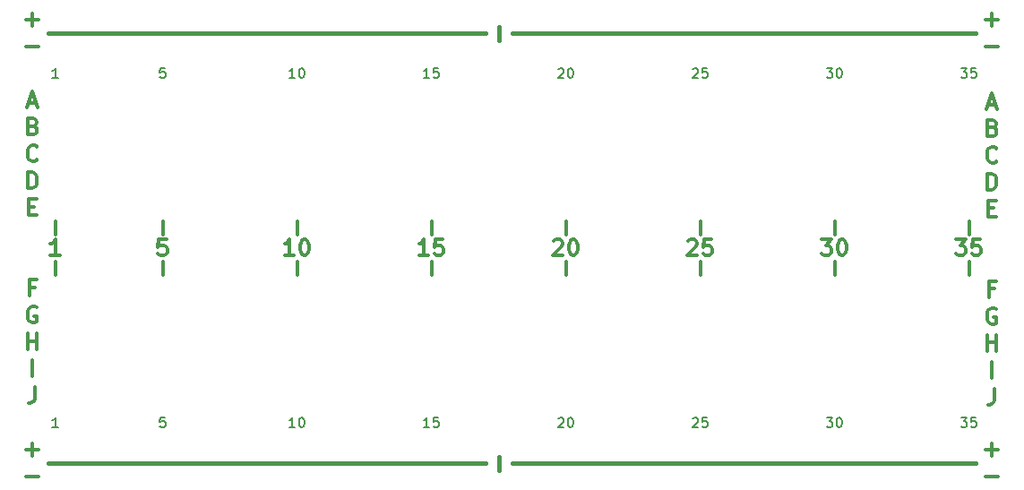
<source format=gto>
%FSLAX34Y34*%
G04 Gerber Fmt 3.4, Leading zero omitted, Abs format*
G04 (created by PCBNEW (2014-06-12 BZR 4942)-product) date Sat 14 Jun 2014 04:59:07 AM CEST*
%MOIN*%
G01*
G70*
G90*
G04 APERTURE LIST*
%ADD10C,0.005906*%
%ADD11C,0.007874*%
%ADD12C,0.011811*%
%ADD13C,0.013780*%
%ADD14C,0.015748*%
%ADD15O,0.039370X0.055118*%
%ADD16O,0.064961X0.078740*%
%ADD17R,0.064961X0.064961*%
%ADD18C,0.125984*%
G04 APERTURE END LIST*
G54D10*
G54D11*
X10851Y-41660D02*
X10648Y-41660D01*
X10750Y-41660D02*
X10750Y-41305D01*
X10716Y-41356D01*
X10682Y-41390D01*
X10648Y-41407D01*
X14834Y-41305D02*
X14665Y-41305D01*
X14648Y-41474D01*
X14665Y-41457D01*
X14699Y-41440D01*
X14783Y-41440D01*
X14817Y-41457D01*
X14834Y-41474D01*
X14851Y-41508D01*
X14851Y-41592D01*
X14834Y-41626D01*
X14817Y-41643D01*
X14783Y-41660D01*
X14699Y-41660D01*
X14665Y-41643D01*
X14648Y-41626D01*
X19682Y-41660D02*
X19480Y-41660D01*
X19581Y-41660D02*
X19581Y-41305D01*
X19547Y-41356D01*
X19513Y-41390D01*
X19480Y-41407D01*
X19901Y-41305D02*
X19935Y-41305D01*
X19969Y-41322D01*
X19986Y-41339D01*
X20003Y-41373D01*
X20019Y-41440D01*
X20019Y-41525D01*
X20003Y-41592D01*
X19986Y-41626D01*
X19969Y-41643D01*
X19935Y-41660D01*
X19901Y-41660D01*
X19868Y-41643D01*
X19851Y-41626D01*
X19834Y-41592D01*
X19817Y-41525D01*
X19817Y-41440D01*
X19834Y-41373D01*
X19851Y-41339D01*
X19868Y-41322D01*
X19901Y-41305D01*
X24682Y-41660D02*
X24480Y-41660D01*
X24581Y-41660D02*
X24581Y-41305D01*
X24547Y-41356D01*
X24513Y-41390D01*
X24480Y-41407D01*
X25003Y-41305D02*
X24834Y-41305D01*
X24817Y-41474D01*
X24834Y-41457D01*
X24868Y-41440D01*
X24952Y-41440D01*
X24986Y-41457D01*
X25003Y-41474D01*
X25019Y-41508D01*
X25019Y-41592D01*
X25003Y-41626D01*
X24986Y-41643D01*
X24952Y-41660D01*
X24868Y-41660D01*
X24834Y-41643D01*
X24817Y-41626D01*
X29480Y-41339D02*
X29496Y-41322D01*
X29530Y-41305D01*
X29615Y-41305D01*
X29648Y-41322D01*
X29665Y-41339D01*
X29682Y-41373D01*
X29682Y-41407D01*
X29665Y-41457D01*
X29463Y-41660D01*
X29682Y-41660D01*
X29901Y-41305D02*
X29935Y-41305D01*
X29969Y-41322D01*
X29986Y-41339D01*
X30003Y-41373D01*
X30019Y-41440D01*
X30019Y-41525D01*
X30003Y-41592D01*
X29986Y-41626D01*
X29969Y-41643D01*
X29935Y-41660D01*
X29901Y-41660D01*
X29868Y-41643D01*
X29851Y-41626D01*
X29834Y-41592D01*
X29817Y-41525D01*
X29817Y-41440D01*
X29834Y-41373D01*
X29851Y-41339D01*
X29868Y-41322D01*
X29901Y-41305D01*
X34480Y-41339D02*
X34496Y-41322D01*
X34530Y-41305D01*
X34615Y-41305D01*
X34648Y-41322D01*
X34665Y-41339D01*
X34682Y-41373D01*
X34682Y-41407D01*
X34665Y-41457D01*
X34463Y-41660D01*
X34682Y-41660D01*
X35003Y-41305D02*
X34834Y-41305D01*
X34817Y-41474D01*
X34834Y-41457D01*
X34868Y-41440D01*
X34952Y-41440D01*
X34986Y-41457D01*
X35003Y-41474D01*
X35019Y-41508D01*
X35019Y-41592D01*
X35003Y-41626D01*
X34986Y-41643D01*
X34952Y-41660D01*
X34868Y-41660D01*
X34834Y-41643D01*
X34817Y-41626D01*
X39463Y-41305D02*
X39682Y-41305D01*
X39564Y-41440D01*
X39615Y-41440D01*
X39648Y-41457D01*
X39665Y-41474D01*
X39682Y-41508D01*
X39682Y-41592D01*
X39665Y-41626D01*
X39648Y-41643D01*
X39615Y-41660D01*
X39513Y-41660D01*
X39480Y-41643D01*
X39463Y-41626D01*
X39901Y-41305D02*
X39935Y-41305D01*
X39969Y-41322D01*
X39986Y-41339D01*
X40003Y-41373D01*
X40019Y-41440D01*
X40019Y-41525D01*
X40003Y-41592D01*
X39986Y-41626D01*
X39969Y-41643D01*
X39935Y-41660D01*
X39901Y-41660D01*
X39868Y-41643D01*
X39851Y-41626D01*
X39834Y-41592D01*
X39817Y-41525D01*
X39817Y-41440D01*
X39834Y-41373D01*
X39851Y-41339D01*
X39868Y-41322D01*
X39901Y-41305D01*
X44463Y-41305D02*
X44682Y-41305D01*
X44564Y-41440D01*
X44615Y-41440D01*
X44648Y-41457D01*
X44665Y-41474D01*
X44682Y-41508D01*
X44682Y-41592D01*
X44665Y-41626D01*
X44648Y-41643D01*
X44615Y-41660D01*
X44513Y-41660D01*
X44480Y-41643D01*
X44463Y-41626D01*
X45003Y-41305D02*
X44834Y-41305D01*
X44817Y-41474D01*
X44834Y-41457D01*
X44868Y-41440D01*
X44952Y-41440D01*
X44986Y-41457D01*
X45003Y-41474D01*
X45019Y-41508D01*
X45019Y-41592D01*
X45003Y-41626D01*
X44986Y-41643D01*
X44952Y-41660D01*
X44868Y-41660D01*
X44834Y-41643D01*
X44817Y-41626D01*
X44463Y-28305D02*
X44682Y-28305D01*
X44564Y-28440D01*
X44615Y-28440D01*
X44648Y-28457D01*
X44665Y-28474D01*
X44682Y-28508D01*
X44682Y-28592D01*
X44665Y-28626D01*
X44648Y-28643D01*
X44615Y-28660D01*
X44513Y-28660D01*
X44480Y-28643D01*
X44463Y-28626D01*
X45003Y-28305D02*
X44834Y-28305D01*
X44817Y-28474D01*
X44834Y-28457D01*
X44868Y-28440D01*
X44952Y-28440D01*
X44986Y-28457D01*
X45003Y-28474D01*
X45019Y-28508D01*
X45019Y-28592D01*
X45003Y-28626D01*
X44986Y-28643D01*
X44952Y-28660D01*
X44868Y-28660D01*
X44834Y-28643D01*
X44817Y-28626D01*
X39463Y-28305D02*
X39682Y-28305D01*
X39564Y-28440D01*
X39615Y-28440D01*
X39648Y-28457D01*
X39665Y-28474D01*
X39682Y-28508D01*
X39682Y-28592D01*
X39665Y-28626D01*
X39648Y-28643D01*
X39615Y-28660D01*
X39513Y-28660D01*
X39480Y-28643D01*
X39463Y-28626D01*
X39901Y-28305D02*
X39935Y-28305D01*
X39969Y-28322D01*
X39986Y-28339D01*
X40003Y-28373D01*
X40019Y-28440D01*
X40019Y-28525D01*
X40003Y-28592D01*
X39986Y-28626D01*
X39969Y-28643D01*
X39935Y-28660D01*
X39901Y-28660D01*
X39868Y-28643D01*
X39851Y-28626D01*
X39834Y-28592D01*
X39817Y-28525D01*
X39817Y-28440D01*
X39834Y-28373D01*
X39851Y-28339D01*
X39868Y-28322D01*
X39901Y-28305D01*
X34480Y-28339D02*
X34496Y-28322D01*
X34530Y-28305D01*
X34615Y-28305D01*
X34648Y-28322D01*
X34665Y-28339D01*
X34682Y-28373D01*
X34682Y-28407D01*
X34665Y-28457D01*
X34463Y-28660D01*
X34682Y-28660D01*
X35003Y-28305D02*
X34834Y-28305D01*
X34817Y-28474D01*
X34834Y-28457D01*
X34868Y-28440D01*
X34952Y-28440D01*
X34986Y-28457D01*
X35003Y-28474D01*
X35019Y-28508D01*
X35019Y-28592D01*
X35003Y-28626D01*
X34986Y-28643D01*
X34952Y-28660D01*
X34868Y-28660D01*
X34834Y-28643D01*
X34817Y-28626D01*
X29480Y-28339D02*
X29496Y-28322D01*
X29530Y-28305D01*
X29615Y-28305D01*
X29648Y-28322D01*
X29665Y-28339D01*
X29682Y-28373D01*
X29682Y-28407D01*
X29665Y-28457D01*
X29463Y-28660D01*
X29682Y-28660D01*
X29901Y-28305D02*
X29935Y-28305D01*
X29969Y-28322D01*
X29986Y-28339D01*
X30003Y-28373D01*
X30019Y-28440D01*
X30019Y-28525D01*
X30003Y-28592D01*
X29986Y-28626D01*
X29969Y-28643D01*
X29935Y-28660D01*
X29901Y-28660D01*
X29868Y-28643D01*
X29851Y-28626D01*
X29834Y-28592D01*
X29817Y-28525D01*
X29817Y-28440D01*
X29834Y-28373D01*
X29851Y-28339D01*
X29868Y-28322D01*
X29901Y-28305D01*
X24682Y-28660D02*
X24480Y-28660D01*
X24581Y-28660D02*
X24581Y-28305D01*
X24547Y-28356D01*
X24513Y-28390D01*
X24480Y-28407D01*
X25003Y-28305D02*
X24834Y-28305D01*
X24817Y-28474D01*
X24834Y-28457D01*
X24868Y-28440D01*
X24952Y-28440D01*
X24986Y-28457D01*
X25003Y-28474D01*
X25019Y-28508D01*
X25019Y-28592D01*
X25003Y-28626D01*
X24986Y-28643D01*
X24952Y-28660D01*
X24868Y-28660D01*
X24834Y-28643D01*
X24817Y-28626D01*
X19682Y-28660D02*
X19480Y-28660D01*
X19581Y-28660D02*
X19581Y-28305D01*
X19547Y-28356D01*
X19513Y-28390D01*
X19480Y-28407D01*
X19901Y-28305D02*
X19935Y-28305D01*
X19969Y-28322D01*
X19986Y-28339D01*
X20003Y-28373D01*
X20019Y-28440D01*
X20019Y-28525D01*
X20003Y-28592D01*
X19986Y-28626D01*
X19969Y-28643D01*
X19935Y-28660D01*
X19901Y-28660D01*
X19868Y-28643D01*
X19851Y-28626D01*
X19834Y-28592D01*
X19817Y-28525D01*
X19817Y-28440D01*
X19834Y-28373D01*
X19851Y-28339D01*
X19868Y-28322D01*
X19901Y-28305D01*
X14834Y-28305D02*
X14665Y-28305D01*
X14648Y-28474D01*
X14665Y-28457D01*
X14699Y-28440D01*
X14783Y-28440D01*
X14817Y-28457D01*
X14834Y-28474D01*
X14851Y-28508D01*
X14851Y-28592D01*
X14834Y-28626D01*
X14817Y-28643D01*
X14783Y-28660D01*
X14699Y-28660D01*
X14665Y-28643D01*
X14648Y-28626D01*
X10851Y-28660D02*
X10648Y-28660D01*
X10750Y-28660D02*
X10750Y-28305D01*
X10716Y-28356D01*
X10682Y-28390D01*
X10648Y-28407D01*
G54D12*
X44750Y-35500D02*
X44750Y-36000D01*
X44750Y-34000D02*
X44750Y-34500D01*
X39750Y-34000D02*
X39750Y-34500D01*
X39750Y-35500D02*
X39750Y-36000D01*
X34750Y-35500D02*
X34750Y-36000D01*
X34750Y-34000D02*
X34750Y-34500D01*
X29750Y-34000D02*
X29750Y-34500D01*
X29750Y-35500D02*
X29750Y-36000D01*
X24750Y-35500D02*
X24750Y-36000D01*
X24750Y-34000D02*
X24750Y-34500D01*
X19750Y-35500D02*
X19750Y-36000D01*
X19750Y-34000D02*
X19750Y-34500D01*
X10750Y-34000D02*
X10750Y-34500D01*
X10750Y-35500D02*
X10750Y-36000D01*
X14750Y-35500D02*
X14750Y-36000D01*
X14750Y-34000D02*
X14750Y-34500D01*
G54D13*
X44271Y-34676D02*
X44637Y-34676D01*
X44440Y-34901D01*
X44525Y-34901D01*
X44581Y-34929D01*
X44609Y-34957D01*
X44637Y-35014D01*
X44637Y-35154D01*
X44609Y-35210D01*
X44581Y-35239D01*
X44525Y-35267D01*
X44356Y-35267D01*
X44300Y-35239D01*
X44271Y-35210D01*
X45171Y-34676D02*
X44890Y-34676D01*
X44862Y-34957D01*
X44890Y-34929D01*
X44946Y-34901D01*
X45087Y-34901D01*
X45143Y-34929D01*
X45171Y-34957D01*
X45199Y-35014D01*
X45199Y-35154D01*
X45171Y-35210D01*
X45143Y-35239D01*
X45087Y-35267D01*
X44946Y-35267D01*
X44890Y-35239D01*
X44862Y-35210D01*
X39271Y-34676D02*
X39637Y-34676D01*
X39440Y-34901D01*
X39525Y-34901D01*
X39581Y-34929D01*
X39609Y-34957D01*
X39637Y-35014D01*
X39637Y-35154D01*
X39609Y-35210D01*
X39581Y-35239D01*
X39525Y-35267D01*
X39356Y-35267D01*
X39300Y-35239D01*
X39271Y-35210D01*
X40003Y-34676D02*
X40059Y-34676D01*
X40115Y-34704D01*
X40143Y-34732D01*
X40171Y-34789D01*
X40199Y-34901D01*
X40199Y-35042D01*
X40171Y-35154D01*
X40143Y-35210D01*
X40115Y-35239D01*
X40059Y-35267D01*
X40003Y-35267D01*
X39946Y-35239D01*
X39918Y-35210D01*
X39890Y-35154D01*
X39862Y-35042D01*
X39862Y-34901D01*
X39890Y-34789D01*
X39918Y-34732D01*
X39946Y-34704D01*
X40003Y-34676D01*
X34300Y-34732D02*
X34328Y-34704D01*
X34384Y-34676D01*
X34525Y-34676D01*
X34581Y-34704D01*
X34609Y-34732D01*
X34637Y-34789D01*
X34637Y-34845D01*
X34609Y-34929D01*
X34271Y-35267D01*
X34637Y-35267D01*
X35171Y-34676D02*
X34890Y-34676D01*
X34862Y-34957D01*
X34890Y-34929D01*
X34946Y-34901D01*
X35087Y-34901D01*
X35143Y-34929D01*
X35171Y-34957D01*
X35199Y-35014D01*
X35199Y-35154D01*
X35171Y-35210D01*
X35143Y-35239D01*
X35087Y-35267D01*
X34946Y-35267D01*
X34890Y-35239D01*
X34862Y-35210D01*
X29300Y-34732D02*
X29328Y-34704D01*
X29384Y-34676D01*
X29525Y-34676D01*
X29581Y-34704D01*
X29609Y-34732D01*
X29637Y-34789D01*
X29637Y-34845D01*
X29609Y-34929D01*
X29271Y-35267D01*
X29637Y-35267D01*
X30003Y-34676D02*
X30059Y-34676D01*
X30115Y-34704D01*
X30143Y-34732D01*
X30171Y-34789D01*
X30199Y-34901D01*
X30199Y-35042D01*
X30171Y-35154D01*
X30143Y-35210D01*
X30115Y-35239D01*
X30059Y-35267D01*
X30003Y-35267D01*
X29946Y-35239D01*
X29918Y-35210D01*
X29890Y-35154D01*
X29862Y-35042D01*
X29862Y-34901D01*
X29890Y-34789D01*
X29918Y-34732D01*
X29946Y-34704D01*
X30003Y-34676D01*
X24637Y-35267D02*
X24300Y-35267D01*
X24468Y-35267D02*
X24468Y-34676D01*
X24412Y-34760D01*
X24356Y-34817D01*
X24300Y-34845D01*
X25171Y-34676D02*
X24890Y-34676D01*
X24862Y-34957D01*
X24890Y-34929D01*
X24946Y-34901D01*
X25087Y-34901D01*
X25143Y-34929D01*
X25171Y-34957D01*
X25199Y-35014D01*
X25199Y-35154D01*
X25171Y-35210D01*
X25143Y-35239D01*
X25087Y-35267D01*
X24946Y-35267D01*
X24890Y-35239D01*
X24862Y-35210D01*
X19637Y-35267D02*
X19300Y-35267D01*
X19468Y-35267D02*
X19468Y-34676D01*
X19412Y-34760D01*
X19356Y-34817D01*
X19300Y-34845D01*
X20003Y-34676D02*
X20059Y-34676D01*
X20115Y-34704D01*
X20143Y-34732D01*
X20171Y-34789D01*
X20199Y-34901D01*
X20199Y-35042D01*
X20171Y-35154D01*
X20143Y-35210D01*
X20115Y-35239D01*
X20059Y-35267D01*
X20003Y-35267D01*
X19946Y-35239D01*
X19918Y-35210D01*
X19890Y-35154D01*
X19862Y-35042D01*
X19862Y-34901D01*
X19890Y-34789D01*
X19918Y-34732D01*
X19946Y-34704D01*
X20003Y-34676D01*
X14890Y-34676D02*
X14609Y-34676D01*
X14581Y-34957D01*
X14609Y-34929D01*
X14665Y-34901D01*
X14806Y-34901D01*
X14862Y-34929D01*
X14890Y-34957D01*
X14918Y-35014D01*
X14918Y-35154D01*
X14890Y-35210D01*
X14862Y-35239D01*
X14806Y-35267D01*
X14665Y-35267D01*
X14609Y-35239D01*
X14581Y-35210D01*
X10918Y-35267D02*
X10581Y-35267D01*
X10750Y-35267D02*
X10750Y-34676D01*
X10693Y-34760D01*
X10637Y-34817D01*
X10581Y-34845D01*
G54D14*
X27250Y-42750D02*
X27250Y-43250D01*
X27250Y-26750D02*
X27250Y-27250D01*
G54D13*
X45459Y-29648D02*
X45740Y-29648D01*
X45403Y-29817D02*
X45600Y-29226D01*
X45796Y-29817D01*
X45642Y-30507D02*
X45726Y-30535D01*
X45754Y-30564D01*
X45782Y-30620D01*
X45782Y-30704D01*
X45754Y-30760D01*
X45726Y-30789D01*
X45670Y-30817D01*
X45445Y-30817D01*
X45445Y-30226D01*
X45642Y-30226D01*
X45698Y-30254D01*
X45726Y-30282D01*
X45754Y-30339D01*
X45754Y-30395D01*
X45726Y-30451D01*
X45698Y-30479D01*
X45642Y-30507D01*
X45445Y-30507D01*
X45782Y-31760D02*
X45754Y-31789D01*
X45670Y-31817D01*
X45614Y-31817D01*
X45529Y-31789D01*
X45473Y-31732D01*
X45445Y-31676D01*
X45417Y-31564D01*
X45417Y-31479D01*
X45445Y-31367D01*
X45473Y-31310D01*
X45529Y-31254D01*
X45614Y-31226D01*
X45670Y-31226D01*
X45754Y-31254D01*
X45782Y-31282D01*
X45445Y-32817D02*
X45445Y-32226D01*
X45585Y-32226D01*
X45670Y-32254D01*
X45726Y-32310D01*
X45754Y-32367D01*
X45782Y-32479D01*
X45782Y-32564D01*
X45754Y-32676D01*
X45726Y-32732D01*
X45670Y-32789D01*
X45585Y-32817D01*
X45445Y-32817D01*
X45473Y-33507D02*
X45670Y-33507D01*
X45754Y-33817D02*
X45473Y-33817D01*
X45473Y-33226D01*
X45754Y-33226D01*
X45684Y-36507D02*
X45487Y-36507D01*
X45487Y-36817D02*
X45487Y-36226D01*
X45768Y-36226D01*
X45754Y-37254D02*
X45698Y-37226D01*
X45614Y-37226D01*
X45529Y-37254D01*
X45473Y-37310D01*
X45445Y-37367D01*
X45417Y-37479D01*
X45417Y-37564D01*
X45445Y-37676D01*
X45473Y-37732D01*
X45529Y-37789D01*
X45614Y-37817D01*
X45670Y-37817D01*
X45754Y-37789D01*
X45782Y-37760D01*
X45782Y-37564D01*
X45670Y-37564D01*
X45431Y-38817D02*
X45431Y-38226D01*
X45431Y-38507D02*
X45768Y-38507D01*
X45768Y-38817D02*
X45768Y-38226D01*
X45600Y-39817D02*
X45600Y-39226D01*
X45684Y-40226D02*
X45684Y-40648D01*
X45656Y-40732D01*
X45600Y-40789D01*
X45515Y-40817D01*
X45459Y-40817D01*
X9984Y-40176D02*
X9984Y-40598D01*
X9956Y-40682D01*
X9900Y-40739D01*
X9815Y-40767D01*
X9759Y-40767D01*
X9900Y-39767D02*
X9900Y-39176D01*
X9731Y-38767D02*
X9731Y-38176D01*
X9731Y-38457D02*
X10068Y-38457D01*
X10068Y-38767D02*
X10068Y-38176D01*
X10054Y-37204D02*
X9998Y-37176D01*
X9914Y-37176D01*
X9829Y-37204D01*
X9773Y-37260D01*
X9745Y-37317D01*
X9717Y-37429D01*
X9717Y-37514D01*
X9745Y-37626D01*
X9773Y-37682D01*
X9829Y-37739D01*
X9914Y-37767D01*
X9970Y-37767D01*
X10054Y-37739D01*
X10082Y-37710D01*
X10082Y-37514D01*
X9970Y-37514D01*
X9984Y-36457D02*
X9787Y-36457D01*
X9787Y-36767D02*
X9787Y-36176D01*
X10068Y-36176D01*
X9773Y-33457D02*
X9970Y-33457D01*
X10054Y-33767D02*
X9773Y-33767D01*
X9773Y-33176D01*
X10054Y-33176D01*
X9745Y-32767D02*
X9745Y-32176D01*
X9885Y-32176D01*
X9970Y-32204D01*
X10026Y-32260D01*
X10054Y-32317D01*
X10082Y-32429D01*
X10082Y-32514D01*
X10054Y-32626D01*
X10026Y-32682D01*
X9970Y-32739D01*
X9885Y-32767D01*
X9745Y-32767D01*
X10082Y-31710D02*
X10054Y-31739D01*
X9970Y-31767D01*
X9914Y-31767D01*
X9829Y-31739D01*
X9773Y-31682D01*
X9745Y-31626D01*
X9717Y-31514D01*
X9717Y-31429D01*
X9745Y-31317D01*
X9773Y-31260D01*
X9829Y-31204D01*
X9914Y-31176D01*
X9970Y-31176D01*
X10054Y-31204D01*
X10082Y-31232D01*
X9942Y-30457D02*
X10026Y-30485D01*
X10054Y-30514D01*
X10082Y-30570D01*
X10082Y-30654D01*
X10054Y-30710D01*
X10026Y-30739D01*
X9970Y-30767D01*
X9745Y-30767D01*
X9745Y-30176D01*
X9942Y-30176D01*
X9998Y-30204D01*
X10026Y-30232D01*
X10054Y-30289D01*
X10054Y-30345D01*
X10026Y-30401D01*
X9998Y-30429D01*
X9942Y-30457D01*
X9745Y-30457D01*
X9759Y-29598D02*
X10040Y-29598D01*
X9703Y-29767D02*
X9900Y-29176D01*
X10096Y-29767D01*
X45824Y-42492D02*
X45375Y-42492D01*
X45600Y-42717D02*
X45600Y-42267D01*
X45824Y-43492D02*
X45375Y-43492D01*
X10124Y-43492D02*
X9675Y-43492D01*
X10124Y-42492D02*
X9675Y-42492D01*
X9900Y-42717D02*
X9900Y-42267D01*
X45824Y-26492D02*
X45375Y-26492D01*
X45600Y-26717D02*
X45600Y-26267D01*
X45824Y-27492D02*
X45375Y-27492D01*
X10124Y-27492D02*
X9675Y-27492D01*
X10124Y-26492D02*
X9675Y-26492D01*
X9900Y-26717D02*
X9900Y-26267D01*
G54D14*
X27750Y-43000D02*
X45000Y-43000D01*
X10500Y-43000D02*
X26750Y-43000D01*
X27750Y-27000D02*
X45000Y-27000D01*
X10500Y-27000D02*
X26750Y-27000D01*
%LPC*%
G54D15*
X26500Y-44000D03*
X28000Y-44000D03*
X28500Y-44000D03*
X29000Y-44000D03*
X29500Y-44000D03*
X30000Y-44000D03*
X26500Y-42000D03*
X28000Y-42000D03*
X28500Y-42000D03*
X29000Y-42000D03*
X29500Y-42000D03*
X30000Y-42000D03*
X26500Y-28000D03*
X28000Y-28000D03*
X28500Y-28000D03*
X29000Y-28000D03*
X29500Y-28000D03*
X30000Y-28000D03*
X26500Y-26000D03*
X28000Y-26000D03*
X28500Y-26000D03*
X29000Y-26000D03*
X29500Y-26000D03*
X30000Y-26000D03*
G54D16*
X10750Y-33500D03*
X11750Y-33500D03*
X12750Y-33500D03*
X13750Y-33500D03*
G54D17*
X14750Y-33500D03*
G54D16*
X15750Y-33500D03*
X16750Y-33500D03*
X17750Y-33500D03*
G54D18*
X46062Y-35000D03*
X9448Y-35000D03*
G54D15*
X26500Y-32000D03*
X27000Y-32000D03*
X27500Y-32000D03*
X28000Y-32000D03*
X28500Y-32000D03*
X29000Y-32000D03*
X29500Y-32000D03*
X30000Y-32000D03*
G54D17*
X34750Y-38500D03*
G54D16*
X35750Y-38500D03*
X36750Y-38500D03*
X37750Y-38500D03*
X38750Y-38500D03*
G54D10*
G36*
X39425Y-38824D02*
X39425Y-38175D01*
X40074Y-38175D01*
X40074Y-38824D01*
X39425Y-38824D01*
X39425Y-38824D01*
G37*
G54D16*
X40750Y-38500D03*
X41750Y-38500D03*
X26750Y-38500D03*
X27750Y-38500D03*
X28750Y-38500D03*
G54D17*
X29750Y-38500D03*
G54D16*
X30750Y-38500D03*
X31750Y-38500D03*
X32750Y-38500D03*
X33750Y-38500D03*
X10750Y-40500D03*
X11750Y-40500D03*
X12750Y-40500D03*
X13750Y-40500D03*
G54D17*
X14750Y-40500D03*
G54D16*
X15750Y-40500D03*
X16750Y-40500D03*
X17750Y-40500D03*
G54D17*
X34750Y-31500D03*
G54D16*
X35750Y-31500D03*
X36750Y-31500D03*
X37750Y-31500D03*
X38750Y-31500D03*
G54D17*
X39750Y-31500D03*
G54D16*
X40750Y-31500D03*
X41750Y-31500D03*
X26750Y-30500D03*
X27750Y-30500D03*
X28750Y-30500D03*
G54D17*
X29750Y-30500D03*
G54D16*
X30750Y-30500D03*
X31750Y-30500D03*
X32750Y-30500D03*
X33750Y-30500D03*
X18750Y-30500D03*
G54D17*
X19750Y-30500D03*
G54D16*
X20750Y-30500D03*
X21750Y-30500D03*
X22750Y-30500D03*
X23750Y-30500D03*
G54D17*
X24750Y-30500D03*
G54D16*
X25750Y-30500D03*
X42750Y-32500D03*
X43750Y-32500D03*
G54D10*
G36*
X44425Y-32824D02*
X44425Y-32175D01*
X45074Y-32175D01*
X45074Y-32824D01*
X44425Y-32824D01*
X44425Y-32824D01*
G37*
G54D16*
X42750Y-31500D03*
X43750Y-31500D03*
G54D17*
X44750Y-31500D03*
G54D16*
X42750Y-30500D03*
X43750Y-30500D03*
G54D17*
X44750Y-30500D03*
G54D16*
X42750Y-29500D03*
X43750Y-29500D03*
G54D17*
X44750Y-29500D03*
G54D16*
X42750Y-27500D03*
X43750Y-27500D03*
G54D17*
X44750Y-27500D03*
G54D16*
X42750Y-26500D03*
X43750Y-26500D03*
G54D17*
X44750Y-26500D03*
G54D16*
X42750Y-33500D03*
X43750Y-33500D03*
G54D10*
G36*
X44425Y-33824D02*
X44425Y-33175D01*
X45074Y-33175D01*
X45074Y-33824D01*
X44425Y-33824D01*
X44425Y-33824D01*
G37*
G54D16*
X42750Y-40500D03*
X43750Y-40500D03*
G54D17*
X44750Y-40500D03*
G54D16*
X42750Y-39500D03*
X43750Y-39500D03*
G54D17*
X44750Y-39500D03*
G54D16*
X42750Y-38500D03*
X43750Y-38500D03*
G54D17*
X44750Y-38500D03*
G54D16*
X42750Y-37500D03*
X43750Y-37500D03*
G54D17*
X44750Y-37500D03*
G54D16*
X42750Y-36500D03*
X43750Y-36500D03*
G54D17*
X44750Y-36500D03*
G54D16*
X42750Y-43500D03*
X43750Y-43500D03*
G54D17*
X44750Y-43500D03*
G54D16*
X42750Y-42500D03*
X43750Y-42500D03*
G54D17*
X44750Y-42500D03*
G54D15*
X42500Y-26000D03*
X43000Y-26000D03*
X43500Y-26000D03*
X44000Y-26000D03*
X44500Y-26000D03*
X45000Y-26000D03*
X42500Y-28000D03*
X43000Y-28000D03*
X43500Y-28000D03*
X44000Y-28000D03*
X44500Y-28000D03*
X45000Y-28000D03*
X42500Y-29000D03*
X43000Y-29000D03*
X43500Y-29000D03*
X44000Y-29000D03*
X44500Y-29000D03*
X45000Y-29000D03*
X42500Y-30000D03*
X43000Y-30000D03*
X43500Y-30000D03*
X44000Y-30000D03*
X44500Y-30000D03*
X45000Y-30000D03*
X42500Y-31000D03*
X43000Y-31000D03*
X43500Y-31000D03*
X44000Y-31000D03*
X44500Y-31000D03*
X45000Y-31000D03*
X42500Y-32000D03*
X43000Y-32000D03*
X43500Y-32000D03*
X44000Y-32000D03*
X44500Y-32000D03*
X45000Y-32000D03*
X42500Y-33000D03*
X43000Y-33000D03*
X43500Y-33000D03*
X44000Y-33000D03*
X44500Y-33000D03*
X45000Y-33000D03*
X42500Y-44000D03*
X43000Y-44000D03*
X43500Y-44000D03*
X44000Y-44000D03*
X44500Y-44000D03*
X45000Y-44000D03*
X42500Y-42000D03*
X43000Y-42000D03*
X43500Y-42000D03*
X44000Y-42000D03*
X44500Y-42000D03*
X45000Y-42000D03*
X42500Y-41000D03*
X43000Y-41000D03*
X43500Y-41000D03*
X44000Y-41000D03*
X44500Y-41000D03*
X45000Y-41000D03*
X42500Y-40000D03*
X43000Y-40000D03*
X43500Y-40000D03*
X44000Y-40000D03*
X44500Y-40000D03*
X45000Y-40000D03*
X42500Y-39000D03*
X43000Y-39000D03*
X43500Y-39000D03*
X44000Y-39000D03*
X44500Y-39000D03*
X45000Y-39000D03*
X42500Y-38000D03*
X43000Y-38000D03*
X43500Y-38000D03*
X44000Y-38000D03*
X44500Y-38000D03*
X45000Y-38000D03*
X42500Y-37000D03*
X43000Y-37000D03*
X43500Y-37000D03*
X44000Y-37000D03*
X44500Y-37000D03*
X45000Y-37000D03*
X30500Y-29000D03*
X31000Y-29000D03*
X31500Y-29000D03*
X32000Y-29000D03*
X32500Y-29000D03*
X33000Y-29000D03*
X33500Y-29000D03*
X34000Y-29000D03*
G54D16*
X26750Y-33500D03*
X27750Y-33500D03*
X28750Y-33500D03*
G54D17*
X29750Y-33500D03*
G54D16*
X30750Y-33500D03*
X31750Y-33500D03*
X32750Y-33500D03*
X33750Y-33500D03*
X26750Y-29500D03*
X27750Y-29500D03*
X28750Y-29500D03*
G54D17*
X29750Y-29500D03*
G54D16*
X30750Y-29500D03*
X31750Y-29500D03*
X32750Y-29500D03*
X33750Y-29500D03*
X26750Y-31500D03*
X27750Y-31500D03*
X28750Y-31500D03*
G54D17*
X29750Y-31500D03*
G54D16*
X30750Y-31500D03*
X31750Y-31500D03*
X32750Y-31500D03*
X33750Y-31500D03*
X26750Y-32500D03*
X27750Y-32500D03*
X28750Y-32500D03*
G54D17*
X29750Y-32500D03*
G54D16*
X30750Y-32500D03*
X31750Y-32500D03*
X32750Y-32500D03*
X33750Y-32500D03*
X26750Y-36500D03*
X27750Y-36500D03*
X28750Y-36500D03*
G54D17*
X29750Y-36500D03*
G54D16*
X30750Y-36500D03*
X31750Y-36500D03*
X32750Y-36500D03*
X33750Y-36500D03*
X26750Y-40500D03*
X27750Y-40500D03*
X28750Y-40500D03*
G54D17*
X29750Y-40500D03*
G54D16*
X30750Y-40500D03*
X31750Y-40500D03*
X32750Y-40500D03*
X33750Y-40500D03*
X26750Y-39500D03*
X27750Y-39500D03*
X28750Y-39500D03*
G54D17*
X29750Y-39500D03*
G54D16*
X30750Y-39500D03*
X31750Y-39500D03*
X32750Y-39500D03*
X33750Y-39500D03*
X26750Y-37500D03*
X27750Y-37500D03*
X28750Y-37500D03*
G54D17*
X29750Y-37500D03*
G54D16*
X30750Y-37500D03*
X31750Y-37500D03*
X32750Y-37500D03*
X33750Y-37500D03*
G54D15*
X26500Y-29000D03*
X27000Y-29000D03*
X27500Y-29000D03*
X28000Y-29000D03*
X28500Y-29000D03*
X29000Y-29000D03*
X29500Y-29000D03*
X30000Y-29000D03*
X26500Y-30000D03*
X27000Y-30000D03*
X27500Y-30000D03*
X28000Y-30000D03*
X28500Y-30000D03*
X29000Y-30000D03*
X29500Y-30000D03*
X30000Y-30000D03*
X26500Y-31000D03*
X27000Y-31000D03*
X27500Y-31000D03*
X28000Y-31000D03*
X28500Y-31000D03*
X29000Y-31000D03*
X29500Y-31000D03*
X30000Y-31000D03*
X26500Y-33000D03*
X27000Y-33000D03*
X27500Y-33000D03*
X28000Y-33000D03*
X28500Y-33000D03*
X29000Y-33000D03*
X29500Y-33000D03*
X30000Y-33000D03*
X26500Y-37000D03*
X27000Y-37000D03*
X27500Y-37000D03*
X28000Y-37000D03*
X28500Y-37000D03*
X29000Y-37000D03*
X29500Y-37000D03*
X30000Y-37000D03*
X26500Y-38000D03*
X27000Y-38000D03*
X27500Y-38000D03*
X28000Y-38000D03*
X28500Y-38000D03*
X29000Y-38000D03*
X29500Y-38000D03*
X30000Y-38000D03*
X26500Y-39000D03*
X27000Y-39000D03*
X27500Y-39000D03*
X28000Y-39000D03*
X28500Y-39000D03*
X29000Y-39000D03*
X29500Y-39000D03*
X30000Y-39000D03*
X26500Y-40000D03*
X27000Y-40000D03*
X27500Y-40000D03*
X28000Y-40000D03*
X28500Y-40000D03*
X29000Y-40000D03*
X29500Y-40000D03*
X30000Y-40000D03*
X26500Y-41000D03*
X27000Y-41000D03*
X27500Y-41000D03*
X28000Y-41000D03*
X28500Y-41000D03*
X29000Y-41000D03*
X29500Y-41000D03*
X30000Y-41000D03*
X30500Y-30000D03*
X31000Y-30000D03*
X31500Y-30000D03*
X32000Y-30000D03*
X32500Y-30000D03*
X33000Y-30000D03*
X33500Y-30000D03*
X34000Y-30000D03*
X30500Y-31000D03*
X31000Y-31000D03*
X31500Y-31000D03*
X32000Y-31000D03*
X32500Y-31000D03*
X33000Y-31000D03*
X33500Y-31000D03*
X34000Y-31000D03*
X30500Y-32000D03*
X31000Y-32000D03*
X31500Y-32000D03*
X32000Y-32000D03*
X32500Y-32000D03*
X33000Y-32000D03*
X33500Y-32000D03*
X34000Y-32000D03*
X30500Y-33000D03*
X31000Y-33000D03*
X31500Y-33000D03*
X32000Y-33000D03*
X32500Y-33000D03*
X33000Y-33000D03*
X33500Y-33000D03*
X34000Y-33000D03*
X30500Y-41000D03*
X31000Y-41000D03*
X31500Y-41000D03*
X32000Y-41000D03*
X32500Y-41000D03*
X33000Y-41000D03*
X33500Y-41000D03*
X34000Y-41000D03*
X30500Y-40000D03*
X31000Y-40000D03*
X31500Y-40000D03*
X32000Y-40000D03*
X32500Y-40000D03*
X33000Y-40000D03*
X33500Y-40000D03*
X34000Y-40000D03*
X30500Y-39000D03*
X31000Y-39000D03*
X31500Y-39000D03*
X32000Y-39000D03*
X32500Y-39000D03*
X33000Y-39000D03*
X33500Y-39000D03*
X34000Y-39000D03*
X30500Y-38000D03*
X31000Y-38000D03*
X31500Y-38000D03*
X32000Y-38000D03*
X32500Y-38000D03*
X33000Y-38000D03*
X33500Y-38000D03*
X34000Y-38000D03*
X30500Y-37000D03*
X31000Y-37000D03*
X31500Y-37000D03*
X32000Y-37000D03*
X32500Y-37000D03*
X33000Y-37000D03*
X33500Y-37000D03*
X34000Y-37000D03*
X30500Y-42000D03*
X31000Y-42000D03*
X31500Y-42000D03*
X32000Y-42000D03*
X32500Y-42000D03*
X33000Y-42000D03*
X33500Y-42000D03*
X34000Y-42000D03*
G54D16*
X26750Y-42500D03*
X27750Y-42500D03*
X28750Y-42500D03*
G54D17*
X29750Y-42500D03*
G54D16*
X30750Y-42500D03*
X31750Y-42500D03*
X32750Y-42500D03*
X33750Y-42500D03*
X26750Y-43500D03*
X27750Y-43500D03*
X28750Y-43500D03*
G54D17*
X29750Y-43500D03*
G54D16*
X30750Y-43500D03*
X31750Y-43500D03*
X32750Y-43500D03*
X33750Y-43500D03*
G54D15*
X30500Y-44000D03*
X31000Y-44000D03*
X31500Y-44000D03*
X32000Y-44000D03*
X32500Y-44000D03*
X33000Y-44000D03*
X33500Y-44000D03*
X34000Y-44000D03*
X30500Y-28000D03*
X31000Y-28000D03*
X31500Y-28000D03*
X32000Y-28000D03*
X32500Y-28000D03*
X33000Y-28000D03*
X33500Y-28000D03*
X34000Y-28000D03*
G54D16*
X26750Y-27500D03*
X27750Y-27500D03*
X28750Y-27500D03*
G54D17*
X29750Y-27500D03*
G54D16*
X30750Y-27500D03*
X31750Y-27500D03*
X32750Y-27500D03*
X33750Y-27500D03*
X26750Y-26500D03*
X27750Y-26500D03*
X28750Y-26500D03*
G54D17*
X29750Y-26500D03*
G54D16*
X30750Y-26500D03*
X31750Y-26500D03*
X32750Y-26500D03*
X33750Y-26500D03*
G54D15*
X30500Y-26000D03*
X31000Y-26000D03*
X31500Y-26000D03*
X32000Y-26000D03*
X32500Y-26000D03*
X33000Y-26000D03*
X33500Y-26000D03*
X34000Y-26000D03*
X34500Y-26000D03*
X35000Y-26000D03*
X35500Y-26000D03*
X36000Y-26000D03*
X36500Y-26000D03*
X37000Y-26000D03*
X37500Y-26000D03*
X38000Y-26000D03*
X38500Y-26000D03*
X39000Y-26000D03*
X39500Y-26000D03*
X40000Y-26000D03*
X40500Y-26000D03*
X41000Y-26000D03*
X41500Y-26000D03*
X42000Y-26000D03*
G54D17*
X34750Y-26500D03*
G54D16*
X35750Y-26500D03*
X36750Y-26500D03*
X37750Y-26500D03*
X38750Y-26500D03*
G54D17*
X39750Y-26500D03*
G54D16*
X40750Y-26500D03*
X41750Y-26500D03*
G54D17*
X34750Y-27500D03*
G54D16*
X35750Y-27500D03*
X36750Y-27500D03*
X37750Y-27500D03*
X38750Y-27500D03*
G54D17*
X39750Y-27500D03*
G54D16*
X40750Y-27500D03*
X41750Y-27500D03*
G54D15*
X38500Y-28000D03*
X39000Y-28000D03*
X39500Y-28000D03*
X40000Y-28000D03*
X40500Y-28000D03*
X41000Y-28000D03*
X41500Y-28000D03*
X42000Y-28000D03*
X34500Y-28000D03*
X35000Y-28000D03*
X35500Y-28000D03*
X36000Y-28000D03*
X36500Y-28000D03*
X37000Y-28000D03*
X37500Y-28000D03*
X38000Y-28000D03*
X34500Y-44000D03*
X35000Y-44000D03*
X35500Y-44000D03*
X36000Y-44000D03*
X36500Y-44000D03*
X37000Y-44000D03*
X37500Y-44000D03*
X38000Y-44000D03*
X38500Y-44000D03*
X39000Y-44000D03*
X39500Y-44000D03*
X40000Y-44000D03*
X40500Y-44000D03*
X41000Y-44000D03*
X41500Y-44000D03*
X42000Y-44000D03*
G54D17*
X34750Y-43500D03*
G54D16*
X35750Y-43500D03*
X36750Y-43500D03*
X37750Y-43500D03*
X38750Y-43500D03*
G54D10*
G36*
X39425Y-43824D02*
X39425Y-43175D01*
X40074Y-43175D01*
X40074Y-43824D01*
X39425Y-43824D01*
X39425Y-43824D01*
G37*
G54D16*
X40750Y-43500D03*
X41750Y-43500D03*
G54D17*
X34750Y-42500D03*
G54D16*
X35750Y-42500D03*
X36750Y-42500D03*
X37750Y-42500D03*
X38750Y-42500D03*
G54D10*
G36*
X39425Y-42824D02*
X39425Y-42175D01*
X40074Y-42175D01*
X40074Y-42824D01*
X39425Y-42824D01*
X39425Y-42824D01*
G37*
G54D16*
X40750Y-42500D03*
X41750Y-42500D03*
G54D15*
X38500Y-42000D03*
X39000Y-42000D03*
X39500Y-42000D03*
X40000Y-42000D03*
X40500Y-42000D03*
X41000Y-42000D03*
X41500Y-42000D03*
X42000Y-42000D03*
X34500Y-42000D03*
X35000Y-42000D03*
X35500Y-42000D03*
X36000Y-42000D03*
X36500Y-42000D03*
X37000Y-42000D03*
X37500Y-42000D03*
X38000Y-42000D03*
X38500Y-37000D03*
X39000Y-37000D03*
X39500Y-37000D03*
X40000Y-37000D03*
X40500Y-37000D03*
X41000Y-37000D03*
X41500Y-37000D03*
X42000Y-37000D03*
X38500Y-38000D03*
X39000Y-38000D03*
X39500Y-38000D03*
X40000Y-38000D03*
X40500Y-38000D03*
X41000Y-38000D03*
X41500Y-38000D03*
X42000Y-38000D03*
X38500Y-39000D03*
X39000Y-39000D03*
X39500Y-39000D03*
X40000Y-39000D03*
X40500Y-39000D03*
X41000Y-39000D03*
X41500Y-39000D03*
X42000Y-39000D03*
X38500Y-40000D03*
X39000Y-40000D03*
X39500Y-40000D03*
X40000Y-40000D03*
X40500Y-40000D03*
X41000Y-40000D03*
X41500Y-40000D03*
X42000Y-40000D03*
X38500Y-41000D03*
X39000Y-41000D03*
X39500Y-41000D03*
X40000Y-41000D03*
X40500Y-41000D03*
X41000Y-41000D03*
X41500Y-41000D03*
X42000Y-41000D03*
X38500Y-33000D03*
X39000Y-33000D03*
X39500Y-33000D03*
X40000Y-33000D03*
X40500Y-33000D03*
X41000Y-33000D03*
X41500Y-33000D03*
X42000Y-33000D03*
X38500Y-32000D03*
X39000Y-32000D03*
X39500Y-32000D03*
X40000Y-32000D03*
X40500Y-32000D03*
X41000Y-32000D03*
X41500Y-32000D03*
X42000Y-32000D03*
X38500Y-31000D03*
X39000Y-31000D03*
X39500Y-31000D03*
X40000Y-31000D03*
X40500Y-31000D03*
X41000Y-31000D03*
X41500Y-31000D03*
X42000Y-31000D03*
X38500Y-30000D03*
X39000Y-30000D03*
X39500Y-30000D03*
X40000Y-30000D03*
X40500Y-30000D03*
X41000Y-30000D03*
X41500Y-30000D03*
X42000Y-30000D03*
X34500Y-41000D03*
X35000Y-41000D03*
X35500Y-41000D03*
X36000Y-41000D03*
X36500Y-41000D03*
X37000Y-41000D03*
X37500Y-41000D03*
X38000Y-41000D03*
X34500Y-40000D03*
X35000Y-40000D03*
X35500Y-40000D03*
X36000Y-40000D03*
X36500Y-40000D03*
X37000Y-40000D03*
X37500Y-40000D03*
X38000Y-40000D03*
X34500Y-39000D03*
X35000Y-39000D03*
X35500Y-39000D03*
X36000Y-39000D03*
X36500Y-39000D03*
X37000Y-39000D03*
X37500Y-39000D03*
X38000Y-39000D03*
X34500Y-38000D03*
X35000Y-38000D03*
X35500Y-38000D03*
X36000Y-38000D03*
X36500Y-38000D03*
X37000Y-38000D03*
X37500Y-38000D03*
X38000Y-38000D03*
X34500Y-37000D03*
X35000Y-37000D03*
X35500Y-37000D03*
X36000Y-37000D03*
X36500Y-37000D03*
X37000Y-37000D03*
X37500Y-37000D03*
X38000Y-37000D03*
X34500Y-33000D03*
X35000Y-33000D03*
X35500Y-33000D03*
X36000Y-33000D03*
X36500Y-33000D03*
X37000Y-33000D03*
X37500Y-33000D03*
X38000Y-33000D03*
X34500Y-32000D03*
X35000Y-32000D03*
X35500Y-32000D03*
X36000Y-32000D03*
X36500Y-32000D03*
X37000Y-32000D03*
X37500Y-32000D03*
X38000Y-32000D03*
X34500Y-31000D03*
X35000Y-31000D03*
X35500Y-31000D03*
X36000Y-31000D03*
X36500Y-31000D03*
X37000Y-31000D03*
X37500Y-31000D03*
X38000Y-31000D03*
X34500Y-30000D03*
X35000Y-30000D03*
X35500Y-30000D03*
X36000Y-30000D03*
X36500Y-30000D03*
X37000Y-30000D03*
X37500Y-30000D03*
X38000Y-30000D03*
X34500Y-29000D03*
X35000Y-29000D03*
X35500Y-29000D03*
X36000Y-29000D03*
X36500Y-29000D03*
X37000Y-29000D03*
X37500Y-29000D03*
X38000Y-29000D03*
G54D17*
X34750Y-37500D03*
G54D16*
X35750Y-37500D03*
X36750Y-37500D03*
X37750Y-37500D03*
X38750Y-37500D03*
G54D10*
G36*
X39425Y-37824D02*
X39425Y-37175D01*
X40074Y-37175D01*
X40074Y-37824D01*
X39425Y-37824D01*
X39425Y-37824D01*
G37*
G54D16*
X40750Y-37500D03*
X41750Y-37500D03*
G54D17*
X34750Y-39500D03*
G54D16*
X35750Y-39500D03*
X36750Y-39500D03*
X37750Y-39500D03*
X38750Y-39500D03*
G54D10*
G36*
X39425Y-39824D02*
X39425Y-39175D01*
X40074Y-39175D01*
X40074Y-39824D01*
X39425Y-39824D01*
X39425Y-39824D01*
G37*
G54D16*
X40750Y-39500D03*
X41750Y-39500D03*
G54D17*
X34750Y-40500D03*
G54D16*
X35750Y-40500D03*
X36750Y-40500D03*
X37750Y-40500D03*
X38750Y-40500D03*
G54D10*
G36*
X39425Y-40824D02*
X39425Y-40175D01*
X40074Y-40175D01*
X40074Y-40824D01*
X39425Y-40824D01*
X39425Y-40824D01*
G37*
G54D16*
X40750Y-40500D03*
X41750Y-40500D03*
G54D17*
X34750Y-36500D03*
G54D16*
X35750Y-36500D03*
X36750Y-36500D03*
X37750Y-36500D03*
X38750Y-36500D03*
G54D10*
G36*
X39425Y-36824D02*
X39425Y-36175D01*
X40074Y-36175D01*
X40074Y-36824D01*
X39425Y-36824D01*
X39425Y-36824D01*
G37*
G54D16*
X40750Y-36500D03*
X41750Y-36500D03*
G54D17*
X34750Y-32500D03*
G54D16*
X35750Y-32500D03*
X36750Y-32500D03*
X37750Y-32500D03*
X38750Y-32500D03*
G54D17*
X39750Y-32500D03*
G54D16*
X40750Y-32500D03*
X41750Y-32500D03*
G54D17*
X34750Y-30500D03*
G54D16*
X35750Y-30500D03*
X36750Y-30500D03*
X37750Y-30500D03*
X38750Y-30500D03*
G54D17*
X39750Y-30500D03*
G54D16*
X40750Y-30500D03*
X41750Y-30500D03*
G54D17*
X34750Y-29500D03*
G54D16*
X35750Y-29500D03*
X36750Y-29500D03*
X37750Y-29500D03*
X38750Y-29500D03*
G54D17*
X39750Y-29500D03*
G54D16*
X40750Y-29500D03*
X41750Y-29500D03*
G54D17*
X34750Y-33500D03*
G54D16*
X35750Y-33500D03*
X36750Y-33500D03*
X37750Y-33500D03*
X38750Y-33500D03*
G54D17*
X39750Y-33500D03*
G54D16*
X40750Y-33500D03*
X41750Y-33500D03*
G54D15*
X38500Y-29000D03*
X39000Y-29000D03*
X39500Y-29000D03*
X40000Y-29000D03*
X40500Y-29000D03*
X41000Y-29000D03*
X41500Y-29000D03*
X42000Y-29000D03*
X22500Y-29000D03*
X23000Y-29000D03*
X23500Y-29000D03*
X24000Y-29000D03*
X24500Y-29000D03*
X25000Y-29000D03*
X25500Y-29000D03*
X26000Y-29000D03*
G54D16*
X18750Y-33500D03*
G54D17*
X19750Y-33500D03*
G54D16*
X20750Y-33500D03*
X21750Y-33500D03*
X22750Y-33500D03*
X23750Y-33500D03*
G54D17*
X24750Y-33500D03*
G54D16*
X25750Y-33500D03*
X18750Y-29500D03*
G54D17*
X19750Y-29500D03*
G54D16*
X20750Y-29500D03*
X21750Y-29500D03*
X22750Y-29500D03*
X23750Y-29500D03*
G54D17*
X24750Y-29500D03*
G54D16*
X25750Y-29500D03*
X18750Y-31500D03*
G54D17*
X19750Y-31500D03*
G54D16*
X20750Y-31500D03*
X21750Y-31500D03*
X22750Y-31500D03*
X23750Y-31500D03*
G54D17*
X24750Y-31500D03*
G54D16*
X25750Y-31500D03*
X18750Y-32500D03*
G54D17*
X19750Y-32500D03*
G54D16*
X20750Y-32500D03*
X21750Y-32500D03*
X22750Y-32500D03*
X23750Y-32500D03*
G54D17*
X24750Y-32500D03*
G54D16*
X25750Y-32500D03*
X18750Y-36500D03*
G54D17*
X19750Y-36500D03*
G54D16*
X20750Y-36500D03*
X21750Y-36500D03*
X22750Y-36500D03*
X23750Y-36500D03*
G54D17*
X24750Y-36500D03*
G54D16*
X25750Y-36500D03*
X18750Y-40500D03*
G54D17*
X19750Y-40500D03*
G54D16*
X20750Y-40500D03*
X21750Y-40500D03*
X22750Y-40500D03*
X23750Y-40500D03*
G54D17*
X24750Y-40500D03*
G54D16*
X25750Y-40500D03*
X18750Y-39500D03*
G54D17*
X19750Y-39500D03*
G54D16*
X20750Y-39500D03*
X21750Y-39500D03*
X22750Y-39500D03*
X23750Y-39500D03*
G54D17*
X24750Y-39500D03*
G54D16*
X25750Y-39500D03*
X18750Y-38500D03*
G54D17*
X19750Y-38500D03*
G54D16*
X20750Y-38500D03*
X21750Y-38500D03*
X22750Y-38500D03*
X23750Y-38500D03*
G54D17*
X24750Y-38500D03*
G54D16*
X25750Y-38500D03*
X18750Y-37500D03*
G54D17*
X19750Y-37500D03*
G54D16*
X20750Y-37500D03*
X21750Y-37500D03*
X22750Y-37500D03*
X23750Y-37500D03*
G54D17*
X24750Y-37500D03*
G54D16*
X25750Y-37500D03*
G54D15*
X18500Y-29000D03*
X19000Y-29000D03*
X19500Y-29000D03*
X20000Y-29000D03*
X20500Y-29000D03*
X21000Y-29000D03*
X21500Y-29000D03*
X22000Y-29000D03*
X18500Y-30000D03*
X19000Y-30000D03*
X19500Y-30000D03*
X20000Y-30000D03*
X20500Y-30000D03*
X21000Y-30000D03*
X21500Y-30000D03*
X22000Y-30000D03*
X18500Y-31000D03*
X19000Y-31000D03*
X19500Y-31000D03*
X20000Y-31000D03*
X20500Y-31000D03*
X21000Y-31000D03*
X21500Y-31000D03*
X22000Y-31000D03*
X18500Y-32000D03*
X19000Y-32000D03*
X19500Y-32000D03*
X20000Y-32000D03*
X20500Y-32000D03*
X21000Y-32000D03*
X21500Y-32000D03*
X22000Y-32000D03*
X18500Y-33000D03*
X19000Y-33000D03*
X19500Y-33000D03*
X20000Y-33000D03*
X20500Y-33000D03*
X21000Y-33000D03*
X21500Y-33000D03*
X22000Y-33000D03*
X18500Y-37000D03*
X19000Y-37000D03*
X19500Y-37000D03*
X20000Y-37000D03*
X20500Y-37000D03*
X21000Y-37000D03*
X21500Y-37000D03*
X22000Y-37000D03*
X18500Y-38000D03*
X19000Y-38000D03*
X19500Y-38000D03*
X20000Y-38000D03*
X20500Y-38000D03*
X21000Y-38000D03*
X21500Y-38000D03*
X22000Y-38000D03*
X18500Y-39000D03*
X19000Y-39000D03*
X19500Y-39000D03*
X20000Y-39000D03*
X20500Y-39000D03*
X21000Y-39000D03*
X21500Y-39000D03*
X22000Y-39000D03*
X18500Y-40000D03*
X19000Y-40000D03*
X19500Y-40000D03*
X20000Y-40000D03*
X20500Y-40000D03*
X21000Y-40000D03*
X21500Y-40000D03*
X22000Y-40000D03*
X18500Y-41000D03*
X19000Y-41000D03*
X19500Y-41000D03*
X20000Y-41000D03*
X20500Y-41000D03*
X21000Y-41000D03*
X21500Y-41000D03*
X22000Y-41000D03*
X22500Y-30000D03*
X23000Y-30000D03*
X23500Y-30000D03*
X24000Y-30000D03*
X24500Y-30000D03*
X25000Y-30000D03*
X25500Y-30000D03*
X26000Y-30000D03*
X22500Y-31000D03*
X23000Y-31000D03*
X23500Y-31000D03*
X24000Y-31000D03*
X24500Y-31000D03*
X25000Y-31000D03*
X25500Y-31000D03*
X26000Y-31000D03*
X22500Y-32000D03*
X23000Y-32000D03*
X23500Y-32000D03*
X24000Y-32000D03*
X24500Y-32000D03*
X25000Y-32000D03*
X25500Y-32000D03*
X26000Y-32000D03*
X22500Y-33000D03*
X23000Y-33000D03*
X23500Y-33000D03*
X24000Y-33000D03*
X24500Y-33000D03*
X25000Y-33000D03*
X25500Y-33000D03*
X26000Y-33000D03*
X22500Y-41000D03*
X23000Y-41000D03*
X23500Y-41000D03*
X24000Y-41000D03*
X24500Y-41000D03*
X25000Y-41000D03*
X25500Y-41000D03*
X26000Y-41000D03*
X22500Y-40000D03*
X23000Y-40000D03*
X23500Y-40000D03*
X24000Y-40000D03*
X24500Y-40000D03*
X25000Y-40000D03*
X25500Y-40000D03*
X26000Y-40000D03*
X22500Y-39000D03*
X23000Y-39000D03*
X23500Y-39000D03*
X24000Y-39000D03*
X24500Y-39000D03*
X25000Y-39000D03*
X25500Y-39000D03*
X26000Y-39000D03*
X22500Y-38000D03*
X23000Y-38000D03*
X23500Y-38000D03*
X24000Y-38000D03*
X24500Y-38000D03*
X25000Y-38000D03*
X25500Y-38000D03*
X26000Y-38000D03*
X22500Y-37000D03*
X23000Y-37000D03*
X23500Y-37000D03*
X24000Y-37000D03*
X24500Y-37000D03*
X25000Y-37000D03*
X25500Y-37000D03*
X26000Y-37000D03*
X18500Y-42000D03*
X19000Y-42000D03*
X19500Y-42000D03*
X20000Y-42000D03*
X20500Y-42000D03*
X21000Y-42000D03*
X21500Y-42000D03*
X22000Y-42000D03*
X22500Y-42000D03*
X23000Y-42000D03*
X23500Y-42000D03*
X24000Y-42000D03*
X24500Y-42000D03*
X25000Y-42000D03*
X25500Y-42000D03*
X26000Y-42000D03*
G54D16*
X18750Y-42500D03*
G54D17*
X19750Y-42500D03*
G54D16*
X20750Y-42500D03*
X21750Y-42500D03*
X22750Y-42500D03*
X23750Y-42500D03*
G54D17*
X24750Y-42500D03*
G54D16*
X25750Y-42500D03*
X18750Y-43500D03*
G54D17*
X19750Y-43500D03*
G54D16*
X20750Y-43500D03*
X21750Y-43500D03*
X22750Y-43500D03*
X23750Y-43500D03*
G54D17*
X24750Y-43500D03*
G54D16*
X25750Y-43500D03*
G54D15*
X22500Y-44000D03*
X23000Y-44000D03*
X23500Y-44000D03*
X24000Y-44000D03*
X24500Y-44000D03*
X25000Y-44000D03*
X25500Y-44000D03*
X26000Y-44000D03*
X18500Y-44000D03*
X19000Y-44000D03*
X19500Y-44000D03*
X20000Y-44000D03*
X20500Y-44000D03*
X21000Y-44000D03*
X21500Y-44000D03*
X22000Y-44000D03*
X18500Y-28000D03*
X19000Y-28000D03*
X19500Y-28000D03*
X20000Y-28000D03*
X20500Y-28000D03*
X21000Y-28000D03*
X21500Y-28000D03*
X22000Y-28000D03*
X22500Y-28000D03*
X23000Y-28000D03*
X23500Y-28000D03*
X24000Y-28000D03*
X24500Y-28000D03*
X25000Y-28000D03*
X25500Y-28000D03*
X26000Y-28000D03*
G54D16*
X18750Y-27500D03*
G54D17*
X19750Y-27500D03*
G54D16*
X20750Y-27500D03*
X21750Y-27500D03*
X22750Y-27500D03*
X23750Y-27500D03*
G54D17*
X24750Y-27500D03*
G54D16*
X25750Y-27500D03*
X18750Y-26500D03*
G54D17*
X19750Y-26500D03*
G54D16*
X20750Y-26500D03*
X21750Y-26500D03*
X22750Y-26500D03*
X23750Y-26500D03*
G54D17*
X24750Y-26500D03*
G54D16*
X25750Y-26500D03*
G54D15*
X22500Y-26000D03*
X23000Y-26000D03*
X23500Y-26000D03*
X24000Y-26000D03*
X24500Y-26000D03*
X25000Y-26000D03*
X25500Y-26000D03*
X26000Y-26000D03*
X18500Y-26000D03*
X19000Y-26000D03*
X19500Y-26000D03*
X20000Y-26000D03*
X20500Y-26000D03*
X21000Y-26000D03*
X21500Y-26000D03*
X22000Y-26000D03*
X10500Y-26000D03*
X11000Y-26000D03*
X11500Y-26000D03*
X12000Y-26000D03*
X12500Y-26000D03*
X13000Y-26000D03*
X13500Y-26000D03*
X14000Y-26000D03*
X14500Y-26000D03*
X15000Y-26000D03*
X15500Y-26000D03*
X16000Y-26000D03*
X16500Y-26000D03*
X17000Y-26000D03*
X17500Y-26000D03*
X18000Y-26000D03*
G54D16*
X10750Y-26500D03*
X11750Y-26500D03*
X12750Y-26500D03*
X13750Y-26500D03*
G54D17*
X14750Y-26500D03*
G54D16*
X15750Y-26500D03*
X16750Y-26500D03*
X17750Y-26500D03*
X10750Y-27500D03*
X11750Y-27500D03*
X12750Y-27500D03*
X13750Y-27500D03*
G54D17*
X14750Y-27500D03*
G54D16*
X15750Y-27500D03*
X16750Y-27500D03*
X17750Y-27500D03*
G54D15*
X14500Y-28000D03*
X15000Y-28000D03*
X15500Y-28000D03*
X16000Y-28000D03*
X16500Y-28000D03*
X17000Y-28000D03*
X17500Y-28000D03*
X18000Y-28000D03*
X10500Y-28000D03*
X11000Y-28000D03*
X11500Y-28000D03*
X12000Y-28000D03*
X12500Y-28000D03*
X13000Y-28000D03*
X13500Y-28000D03*
X14000Y-28000D03*
X10500Y-44000D03*
X11000Y-44000D03*
X11500Y-44000D03*
X12000Y-44000D03*
X12500Y-44000D03*
X13000Y-44000D03*
X13500Y-44000D03*
X14000Y-44000D03*
X14500Y-44000D03*
X15000Y-44000D03*
X15500Y-44000D03*
X16000Y-44000D03*
X16500Y-44000D03*
X17000Y-44000D03*
X17500Y-44000D03*
X18000Y-44000D03*
G54D16*
X10750Y-43500D03*
X11750Y-43500D03*
X12750Y-43500D03*
X13750Y-43500D03*
G54D17*
X14750Y-43500D03*
G54D16*
X15750Y-43500D03*
X16750Y-43500D03*
X17750Y-43500D03*
X10750Y-42500D03*
X11750Y-42500D03*
X12750Y-42500D03*
X13750Y-42500D03*
G54D17*
X14750Y-42500D03*
G54D16*
X15750Y-42500D03*
X16750Y-42500D03*
X17750Y-42500D03*
G54D15*
X14500Y-42000D03*
X15000Y-42000D03*
X15500Y-42000D03*
X16000Y-42000D03*
X16500Y-42000D03*
X17000Y-42000D03*
X17500Y-42000D03*
X18000Y-42000D03*
X10500Y-42000D03*
X11000Y-42000D03*
X11500Y-42000D03*
X12000Y-42000D03*
X12500Y-42000D03*
X13000Y-42000D03*
X13500Y-42000D03*
X14000Y-42000D03*
X14500Y-37000D03*
X15000Y-37000D03*
X15500Y-37000D03*
X16000Y-37000D03*
X16500Y-37000D03*
X17000Y-37000D03*
X17500Y-37000D03*
X18000Y-37000D03*
X14500Y-38000D03*
X15000Y-38000D03*
X15500Y-38000D03*
X16000Y-38000D03*
X16500Y-38000D03*
X17000Y-38000D03*
X17500Y-38000D03*
X18000Y-38000D03*
X14500Y-39000D03*
X15000Y-39000D03*
X15500Y-39000D03*
X16000Y-39000D03*
X16500Y-39000D03*
X17000Y-39000D03*
X17500Y-39000D03*
X18000Y-39000D03*
X14500Y-40000D03*
X15000Y-40000D03*
X15500Y-40000D03*
X16000Y-40000D03*
X16500Y-40000D03*
X17000Y-40000D03*
X17500Y-40000D03*
X18000Y-40000D03*
X14500Y-41000D03*
X15000Y-41000D03*
X15500Y-41000D03*
X16000Y-41000D03*
X16500Y-41000D03*
X17000Y-41000D03*
X17500Y-41000D03*
X18000Y-41000D03*
X14500Y-33000D03*
X15000Y-33000D03*
X15500Y-33000D03*
X16000Y-33000D03*
X16500Y-33000D03*
X17000Y-33000D03*
X17500Y-33000D03*
X18000Y-33000D03*
X14500Y-32000D03*
X15000Y-32000D03*
X15500Y-32000D03*
X16000Y-32000D03*
X16500Y-32000D03*
X17000Y-32000D03*
X17500Y-32000D03*
X18000Y-32000D03*
X14500Y-31000D03*
X15000Y-31000D03*
X15500Y-31000D03*
X16000Y-31000D03*
X16500Y-31000D03*
X17000Y-31000D03*
X17500Y-31000D03*
X18000Y-31000D03*
X14500Y-30000D03*
X15000Y-30000D03*
X15500Y-30000D03*
X16000Y-30000D03*
X16500Y-30000D03*
X17000Y-30000D03*
X17500Y-30000D03*
X18000Y-30000D03*
X10500Y-41000D03*
X11000Y-41000D03*
X11500Y-41000D03*
X12000Y-41000D03*
X12500Y-41000D03*
X13000Y-41000D03*
X13500Y-41000D03*
X14000Y-41000D03*
X10500Y-40000D03*
X11000Y-40000D03*
X11500Y-40000D03*
X12000Y-40000D03*
X12500Y-40000D03*
X13000Y-40000D03*
X13500Y-40000D03*
X14000Y-40000D03*
X10500Y-39000D03*
X11000Y-39000D03*
X11500Y-39000D03*
X12000Y-39000D03*
X12500Y-39000D03*
X13000Y-39000D03*
X13500Y-39000D03*
X14000Y-39000D03*
X10500Y-38000D03*
X11000Y-38000D03*
X11500Y-38000D03*
X12000Y-38000D03*
X12500Y-38000D03*
X13000Y-38000D03*
X13500Y-38000D03*
X14000Y-38000D03*
X10500Y-37000D03*
X11000Y-37000D03*
X11500Y-37000D03*
X12000Y-37000D03*
X12500Y-37000D03*
X13000Y-37000D03*
X13500Y-37000D03*
X14000Y-37000D03*
X10500Y-33000D03*
X11000Y-33000D03*
X11500Y-33000D03*
X12000Y-33000D03*
X12500Y-33000D03*
X13000Y-33000D03*
X13500Y-33000D03*
X14000Y-33000D03*
X10500Y-32000D03*
X11000Y-32000D03*
X11500Y-32000D03*
X12000Y-32000D03*
X12500Y-32000D03*
X13000Y-32000D03*
X13500Y-32000D03*
X14000Y-32000D03*
X10500Y-31000D03*
X11000Y-31000D03*
X11500Y-31000D03*
X12000Y-31000D03*
X12500Y-31000D03*
X13000Y-31000D03*
X13500Y-31000D03*
X14000Y-31000D03*
X10500Y-30000D03*
X11000Y-30000D03*
X11500Y-30000D03*
X12000Y-30000D03*
X12500Y-30000D03*
X13000Y-30000D03*
X13500Y-30000D03*
X14000Y-30000D03*
X10500Y-29000D03*
X11000Y-29000D03*
X11500Y-29000D03*
X12000Y-29000D03*
X12500Y-29000D03*
X13000Y-29000D03*
X13500Y-29000D03*
X14000Y-29000D03*
G54D16*
X10750Y-37500D03*
X11750Y-37500D03*
X12750Y-37500D03*
X13750Y-37500D03*
G54D17*
X14750Y-37500D03*
G54D16*
X15750Y-37500D03*
X16750Y-37500D03*
X17750Y-37500D03*
X10750Y-38500D03*
X11750Y-38500D03*
X12750Y-38500D03*
X13750Y-38500D03*
G54D17*
X14750Y-38500D03*
G54D16*
X15750Y-38500D03*
X16750Y-38500D03*
X17750Y-38500D03*
X10750Y-39500D03*
X11750Y-39500D03*
X12750Y-39500D03*
X13750Y-39500D03*
G54D17*
X14750Y-39500D03*
G54D16*
X15750Y-39500D03*
X16750Y-39500D03*
X17750Y-39500D03*
X10750Y-36500D03*
X11750Y-36500D03*
X12750Y-36500D03*
X13750Y-36500D03*
G54D17*
X14750Y-36500D03*
G54D16*
X15750Y-36500D03*
X16750Y-36500D03*
X17750Y-36500D03*
X10750Y-32500D03*
X11750Y-32500D03*
X12750Y-32500D03*
X13750Y-32500D03*
G54D17*
X14750Y-32500D03*
G54D16*
X15750Y-32500D03*
X16750Y-32500D03*
X17750Y-32500D03*
X10750Y-31500D03*
X11750Y-31500D03*
X12750Y-31500D03*
X13750Y-31500D03*
G54D17*
X14750Y-31500D03*
G54D16*
X15750Y-31500D03*
X16750Y-31500D03*
X17750Y-31500D03*
X10750Y-30500D03*
X11750Y-30500D03*
X12750Y-30500D03*
X13750Y-30500D03*
G54D17*
X14750Y-30500D03*
G54D16*
X15750Y-30500D03*
X16750Y-30500D03*
X17750Y-30500D03*
X10750Y-29500D03*
X11750Y-29500D03*
X12750Y-29500D03*
X13750Y-29500D03*
G54D17*
X14750Y-29500D03*
G54D16*
X15750Y-29500D03*
X16750Y-29500D03*
X17750Y-29500D03*
G54D15*
X14500Y-29000D03*
X15000Y-29000D03*
X15500Y-29000D03*
X16000Y-29000D03*
X16500Y-29000D03*
X17000Y-29000D03*
X17500Y-29000D03*
X18000Y-29000D03*
M02*

</source>
